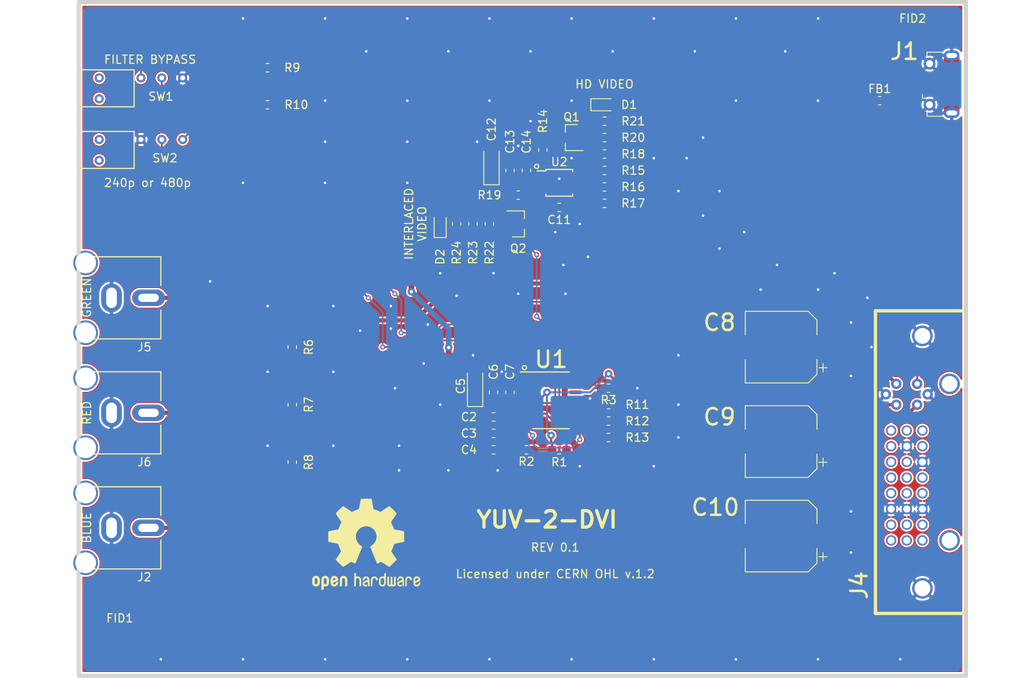
<source format=kicad_pcb>
(kicad_pcb (version 20171130) (host pcbnew "(5.1.0)-1")
  (title_block (date 2019-03-19) (rev 0.1))
  (layers (0 F.Cu signal) (31 B.Cu signal) (35 F.Paste user) (37 F.SilkS user) (39 F.Mask user) (44 Edge.Cuts user))
  (net 0 "")
  (net 1 "Net-(C10-Pad2)")
  (net 2 /VIDEO_AMP/SF3_OUT)
  (net 3 GND)
  (net 4 /SYNC_STRIP/REXT)
  (net 5 +5V)
  (net 6 /VIDEO_AMP/SF2_IN)
  (net 7 /VIDEO_AMP/SF3_IN)
  (net 8 "Net-(C8-Pad2)")
  (net 9 /VIDEO_AMP/SF1_OUT)
  (net 10 /VIDEO_AMP/SF2_OUT)
  (net 11 "Net-(C9-Pad2)")
  (net 12 /DVI_CSYNC)
  (net 13 /SYNC_STRIP/CSOUT)
  (net 14 /SYNC_STRIP/VSOUT)
  (net 15 /SYNC_STRIP/HSOUT)
  (net 16 /SYNC_STRIP/OEOUT)
  (net 17 "Net-(Q1-Pad1)")
  (net 18 "Net-(Q2-Pad1)")
  (net 19 /SYNC_STRIP/HD)
  (net 20 "Net-(D1-Pad2)")
  (net 21 "Net-(D2-Pad1)")
  (net 22 "Net-(D2-Pad2)")
  (net 23 "Net-(D1-Pad1)")
  (net 24 /HD_FLAG)
  (net 25 /VIDEO_AMP/FILTER2)
  (net 26 /VIDEO_AMP/SF1_IN)
  (net 27 /VIDEO_AMP/BYPASS)
  (net 28 "Net-(U1-Pad18)")
  (net 29 "Net-(U1-Pad19)")
  (net 30 /SYNC_STRIP/VIN)
  (net 31 "Net-(J4-Pad4)")
  (net 32 "Net-(J4-Pad9)")
  (net 33 "Net-(J4-Pad12)")
  (net 34 /DVI_BLUE)
  (net 35 /DVI_RED)
  (net 36 /DVI_GREEN)
  (net 37 "Net-(J1-Pad3)")
  (net 38 "Net-(J4-Pad1)")
  (net 39 "Net-(J4-Pad2)")
  (net 40 "Net-(J4-Pad5)")
  (net 41 "Net-(J4-Pad6)")
  (net 42 "Net-(J4-Pad7)")
  (net 43 "Net-(J4-Pad10)")
  (net 44 "Net-(J4-Pad13)")
  (net 45 "Net-(J4-Pad14)")
  (net 46 "Net-(J4-Pad16)")
  (net 47 "Net-(J4-Pad17)")
  (net 48 "Net-(J4-Pad18)")
  (net 49 "Net-(J4-Pad20)")
  (net 50 "Net-(J4-Pad21)")
  (net 51 "Net-(J4-Pad23)")
  (net 52 "Net-(J4-Pad24)")
  (net 53 /SYNC_STRIP/VSYNC)
  (net 54 /SYNC_STRIP/HSYNC)
  (net 55 "Net-(U2-Pad9)")
  (net 56 /VBUS)
  (net 57 "Net-(J4-Pad8)")
  (net 58 "Net-(R20-Pad2)")
  (net 59 "Net-(R23-Pad2)")
  (net 60 "Net-(J1-Pad4)")
  (net 61 "Net-(J1-Pad2)")
  (net 62 /Pb)
  (net 63 /Y)
  (net 64 /Pr)
  (net 65 "Net-(U1-Pad20)")
  (net 66 /VIDEO_AMP/FILTER_OFF)
  (net 67 /VIDEO_AMP/480p)
  (net 68 /VIDEO_AMP/DISABLE_SD)
  (net 69 "Net-(U1-Pad1)")
  (net 70 "Net-(U1-Pad2)")
  (net 71 "Net-(U1-Pad3)")
  (module Resistor_SMD:R_0603_1608Metric_Pad1.05x0.95mm_HandSolder (layer F.Cu) (at 164.5 105 180)
    (fp_text reference R3 (at 0 -1.43 180) (layer F.SilkS))
    (fp_text value 10K)
    (pad 2 smd roundrect (at 0.875 0 180) (size 1.05 0.95) (layers F.Cu F.Paste F.Mask) (net 68 /VIDEO_AMP/DISABLE_SD))
    (pad 1 smd roundrect (at -0.875 0 180) (size 1.05 0.95) (layers F.Cu F.Paste F.Mask) (net 5 +5V))
  )
  (module Resistor_SMD:R_0603_1608Metric_Pad1.05x0.95mm_HandSolder (layer F.Cu) (at 154.5 112.5 180)
    (fp_text reference R2 (at 0 -1.43 180) (layer F.SilkS))
    (fp_text value 5.36K)
    (pad 2 smd roundrect (at 0.875 0 180) (size 1.05 0.95) (layers F.Cu F.Paste F.Mask) (net 7 /VIDEO_AMP/SF3_IN))
    (pad 1 smd roundrect (at -0.875 0 180) (size 1.05 0.95) (layers F.Cu F.Paste F.Mask) (net 5 +5V))
  )
  (module Resistor_SMD:R_0603_1608Metric_Pad1.05x0.95mm_HandSolder (layer F.Cu) (at 158.5 112.5)
    (fp_text reference R1 (at 0 1.5) (layer F.SilkS))
    (fp_text value 5.36K)
    (pad 2 smd roundrect (at 0.875 0) (size 1.05 0.95) (layers F.Cu F.Paste F.Mask) (net 6 /VIDEO_AMP/SF2_IN))
    (pad 1 smd roundrect (at -0.875 0) (size 1.05 0.95) (layers F.Cu F.Paste F.Mask) (net 5 +5V))
  )
  (module 100:Connector-RCJ-045 (layer F.Cu) (at 100 122 180)
    (fp_text reference J2 (at -8 -6 180) (layer F.SilkS))
    (fp_text value "RCJ-045 Blue")
    (fp_text user BLUE (at -1 0 270) (layer F.SilkS))
    (pad "" np_thru_hole circle (at -0.85 4.25 180) (size 3 3) (drill 2.54) (layers *.Cu *.Mask))
    (pad "" np_thru_hole circle (at -0.85 -4.25 180) (size 3 3) (drill 2.54) (layers *.Cu *.Mask))
    (pad 1 thru_hole oval (at -8.5 0 180) (size 4 2) (drill oval 2.5 1) (layers *.Cu *.Mask) (net 62 /Pb))
    (pad 2 thru_hole oval (at -4 0 180) (size 2.5 3.5) (drill oval 1.3 2.5) (layers *.Cu *.Mask) (net 3 GND))
  )
  (module 100:Connector-RCJ-042 (layer F.Cu) (at 100 108 180)
    (fp_text reference J6 (at -8 -6 180) (layer F.SilkS))
    (fp_text value "RCJ-042 Red")
    (fp_text user RED (at -1 0 270) (layer F.SilkS))
    (pad "" np_thru_hole circle (at -0.85 4.25 180) (size 3 3) (drill 2.54) (layers *.Cu *.Mask))
    (pad "" np_thru_hole circle (at -0.85 -4.25 180) (size 3 3) (drill 2.54) (layers *.Cu *.Mask))
    (pad 1 thru_hole oval (at -8.5 0 180) (size 4 2) (drill oval 2.5 1) (layers *.Cu *.Mask) (net 64 /Pr))
    (pad 2 thru_hole oval (at -4 0 180) (size 2.5 3.5) (drill oval 1.3 2.5) (layers *.Cu *.Mask) (net 3 GND))
  )
  (module 100:Connector-RCJ-046 (layer F.Cu) (at 100 94 180)
    (fp_text reference J5 (at -8 -6 180) (layer F.SilkS))
    (fp_text value "RCJ-046 Green")
    (fp_text user GREEN (at -1 0 270) (layer F.SilkS))
    (pad "" np_thru_hole circle (at -0.85 4.25 180) (size 3 3) (drill 2.54) (layers *.Cu *.Mask))
    (pad "" np_thru_hole circle (at -0.85 -4.25 180) (size 3 3) (drill 2.54) (layers *.Cu *.Mask))
    (pad 1 thru_hole oval (at -8.5 0 180) (size 4 2) (drill oval 2.5 1) (layers *.Cu *.Mask) (net 63 /Y))
    (pad 2 thru_hole oval (at -4 0 180) (size 2.5 3.5) (drill oval 1.3 2.5) (layers *.Cu *.Mask) (net 3 GND))
  )
  (module Symbol:OSHW-Logo2_14.6x12mm_SilkScreen (layer F.Cu) (at 135 124)
    (fp_text reference LOGO1 hide)
    (fp_text value Logo_Open_Hardware_Small hide)
  )
  (module Fiducial:Fiducial_1mm_Mask2mm (layer F.Cu) (at 205 61)
    (fp_text reference FID2 (at -3.5 -1) (layer F.SilkS))
    (fp_text value Fiducial)
    (pad "" smd circle (at 0 0) (size 1 1) (layers F.Cu F.Mask) (clearance 0.5))
  )
  (module Fiducial:Fiducial_1mm_Mask2mm (layer F.Cu) (at 105 135)
    (fp_text reference FID1 (at 0 -2) (layer F.SilkS))
    (fp_text value Fiducial)
    (pad "" smd circle (at 0 0) (size 1 1) (layers F.Cu F.Mask) (clearance 0.5))
  )
  (module Capacitor_Tantalum_SMD:CP_EIA-3216-18_Kemet-A_Pad1.58x1.35mm_HandSolder (layer F.Cu) (at 150.25 77.75 90)
    (fp_text reference C12 (at 4.25 0 90) (layer F.SilkS))
    (fp_text value 10uF)
    (pad 2 smd roundrect (at 1.4375 0 90) (size 1.575 1.35) (layers F.Cu F.Paste F.Mask) (roundrect_rratio 0.185185) (net 3 GND))
    (pad 1 smd roundrect (at -1.4375 0 90) (size 1.575 1.35) (layers F.Cu F.Paste F.Mask) (roundrect_rratio 0.185185) (net 5 +5V))
  )
  (module Capacitor_Tantalum_SMD:CP_EIA-3216-18_Kemet-A_Pad1.58x1.35mm_HandSolder (layer F.Cu) (at 148.25 104.75 90)
    (fp_text reference C5 (at 0 -1.75 90) (layer F.SilkS))
    (fp_text value 10uF)
    (pad 2 smd roundrect (at 1.4375 0 90) (size 1.575 1.35) (layers F.Cu F.Paste F.Mask) (roundrect_rratio 0.185185) (net 3 GND))
    (pad 1 smd roundrect (at -1.4375 0 90) (size 1.575 1.35) (layers F.Cu F.Paste F.Mask) (roundrect_rratio 0.185185) (net 5 +5V))
  )
  (module 100:SW_NKK_GW12RCV (layer F.Cu) (at 102.5 76 270)
    (fp_text reference SW2 (at 1 -8) (layer F.SilkS))
    (fp_text value SW_SPDT)
    (pad S1 thru_hole circle (at 1.27 0 270) (size 1.1 1.1) (drill 0.6) (layers *.Cu *.Mask))
    (pad S2 thru_hole circle (at -1.27 0 270) (size 1.1 1.1) (drill 0.6) (layers *.Cu *.Mask))
    (pad 1 thru_hole circle (at -1.27 -10.16 270) (size 1.1 1.1) (drill 0.6) (layers *.Cu *.Mask) (net 67 /VIDEO_AMP/480p))
    (pad 2 thru_hole circle (at -1.27 -7.62 270) (size 1.1 1.1) (drill 0.6) (layers *.Cu *.Mask) (net 25 /VIDEO_AMP/FILTER2))
    (pad 3 thru_hole circle (at -1.27 -5.08 270) (size 1.1 1.1) (drill 0.6) (layers *.Cu *.Mask) (net 3 GND))
  )
  (module 100:SW_NKK_GW12RCV (layer F.Cu) (at 102.5 68.5 270)
    (fp_text reference SW1 (at 1 -7.5) (layer F.SilkS))
    (fp_text value SW_SPDT)
    (pad S1 thru_hole circle (at 1.27 0 270) (size 1.1 1.1) (drill 0.6) (layers *.Cu *.Mask))
    (pad S2 thru_hole circle (at -1.27 0 270) (size 1.1 1.1) (drill 0.6) (layers *.Cu *.Mask))
    (pad 1 thru_hole circle (at -1.27 -10.16 270) (size 1.1 1.1) (drill 0.6) (layers *.Cu *.Mask) (net 3 GND))
    (pad 2 thru_hole circle (at -1.27 -7.62 270) (size 1.1 1.1) (drill 0.6) (layers *.Cu *.Mask) (net 27 /VIDEO_AMP/BYPASS))
    (pad 3 thru_hole circle (at -1.27 -5.08 270) (size 1.1 1.1) (drill 0.6) (layers *.Cu *.Mask) (net 66 /VIDEO_AMP/FILTER_OFF))
  )
  (module Connector_USB:USB_Micro-B_Molex-105017-0001 (layer F.Cu) (at 205.025 68 90)
    (fp_text reference J1 (at 4 -4.525 180) (layer F.SilkS) (effects (font (size 2 2) (thickness 0.3))))
    (fp_text value "Micro USB")
    (pad 6 smd rect (at -2.9 1.2375 90) (size 1.2 1.9) (layers F.Cu F.Mask) (net 3 GND))
    (pad 6 smd rect (at 2.9 1.2375 90) (size 1.2 1.9) (layers F.Cu F.Mask) (net 3 GND))
    (pad 6 thru_hole oval (at 3.5 1.2375 90) (size 1.2 1.9) (drill oval 0.6 1.3) (layers *.Cu *.Mask) (net 3 GND))
    (pad 6 thru_hole oval (at -3.5 1.2375 270) (size 1.2 1.9) (drill oval 0.6 1.3) (layers *.Cu *.Mask) (net 3 GND))
    (pad 6 smd rect (at -1 1.2375 90) (size 1.5 1.9) (layers F.Cu F.Paste F.Mask) (net 3 GND))
    (pad 6 thru_hole circle (at 2.5 -1.4625 90) (size 1.45 1.45) (drill 0.85) (layers *.Cu *.Mask) (net 3 GND))
    (pad 3 smd rect (at 0 -1.4625 90) (size 0.4 1.35) (layers F.Cu F.Paste F.Mask) (net 37 "Net-(J1-Pad3)"))
    (pad 4 smd rect (at 0.65 -1.4625 90) (size 0.4 1.35) (layers F.Cu F.Paste F.Mask) (net 60 "Net-(J1-Pad4)"))
    (pad 5 smd rect (at 1.3 -1.4625 90) (size 0.4 1.35) (layers F.Cu F.Paste F.Mask) (net 3 GND))
    (pad 1 smd rect (at -1.3 -1.4625 90) (size 0.4 1.35) (layers F.Cu F.Paste F.Mask) (net 56 /VBUS))
    (pad 2 smd rect (at -0.65 -1.4625 90) (size 0.4 1.35) (layers F.Cu F.Paste F.Mask) (net 61 "Net-(J1-Pad2)"))
    (pad 6 thru_hole circle (at -2.5 -1.4625 90) (size 1.45 1.45) (drill 0.85) (layers *.Cu *.Mask) (net 3 GND))
    (pad 6 smd rect (at 1 1.2375 90) (size 1.5 1.9) (layers F.Cu F.Paste F.Mask) (net 3 GND))
  )
  (module Resistor_SMD:R_0603_1608Metric_Pad1.05x0.95mm_HandSolder (layer F.Cu) (at 146 85 90)
    (fp_text reference R24 (at -3.5 0 90) (layer F.SilkS))
    (fp_text value 75R)
    (pad 2 smd roundrect (at 0.875 0 90) (size 1.05 0.95) (layers F.Cu F.Paste F.Mask) (net 22 "Net-(D2-Pad2)"))
    (pad 1 smd roundrect (at -0.875 0 90) (size 1.05 0.95) (layers F.Cu F.Paste F.Mask) (net 59 "Net-(R23-Pad2)"))
  )
  (module Resistor_SMD:R_0603_1608Metric_Pad1.05x0.95mm_HandSolder (layer F.Cu) (at 148 85 270)
    (fp_text reference R23 (at 3.5 0 270) (layer F.SilkS))
    (fp_text value 75R)
    (pad 1 smd roundrect (at -0.875 0 270) (size 1.05 0.95) (layers F.Cu F.Paste F.Mask) (net 5 +5V))
    (pad 2 smd roundrect (at 0.875 0 270) (size 1.05 0.95) (layers F.Cu F.Paste F.Mask) (net 59 "Net-(R23-Pad2)"))
  )
  (module 100:Connector-DVI-0743201004 (layer F.Cu) (at 206 114 90)
    (fp_text reference J4 (at -15 -11 90) (layer F.SilkS) (effects (font (size 2 2) (thickness 0.3))))
    (fp_text value 0743201004)
    (pad "" np_thru_hole circle (at -9.525 0 90) (size 2.5 2.5) (drill 1.93) (layers *.Cu *.Mask))
    (pad "" np_thru_hole circle (at 9.525 0 90) (size 2.5 2.5) (drill 1.93) (layers *.Cu *.Mask))
    (pad S1 thru_hole circle (at -15.365 -3.3 90) (size 2.5 2.5) (drill 1.93) (layers *.Cu *.Mask) (net 3 GND))
    (pad S2 thru_hole circle (at 15.365 -3.3 90) (size 2.5 2.5) (drill 1.93) (layers *.Cu *.Mask) (net 3 GND))
    (pad 1 thru_hole circle (at -9.525 -7.11 90) (size 1.26 1.26) (drill 0.86) (layers *.Cu *.Mask) (net 38 "Net-(J4-Pad1)"))
    (pad 2 thru_hole circle (at -7.615 -7.11 90) (size 1.26 1.26) (drill 0.86) (layers *.Cu *.Mask) (net 39 "Net-(J4-Pad2)"))
    (pad 3 thru_hole circle (at -5.705 -7.11 90) (size 1.26 1.26) (drill 0.86) (layers *.Cu *.Mask) (net 3 GND))
    (pad 4 thru_hole circle (at -3.795 -7.11 90) (size 1.26 1.26) (drill 0.86) (layers *.Cu *.Mask) (net 31 "Net-(J4-Pad4)"))
    (pad 5 thru_hole circle (at -1.885 -7.11 90) (size 1.26 1.26) (drill 0.86) (layers *.Cu *.Mask) (net 40 "Net-(J4-Pad5)"))
    (pad 6 thru_hole circle (at 0.025 -7.11 90) (size 1.26 1.26) (drill 0.86) (layers *.Cu *.Mask) (net 41 "Net-(J4-Pad6)"))
    (pad 7 thru_hole circle (at 1.935 -7.11 90) (size 1.26 1.26) (drill 0.86) (layers *.Cu *.Mask) (net 42 "Net-(J4-Pad7)"))
    (pad 8 thru_hole circle (at 3.845 -7.11 90) (size 1.26 1.26) (drill 0.86) (layers *.Cu *.Mask) (net 57 "Net-(J4-Pad8)"))
    (pad 9 thru_hole circle (at -9.525 -5.205 90) (size 1.26 1.26) (drill 0.86) (layers *.Cu *.Mask) (net 32 "Net-(J4-Pad9)"))
    (pad 10 thru_hole circle (at -7.615 -5.205 90) (size 1.26 1.26) (drill 0.86) (layers *.Cu *.Mask) (net 43 "Net-(J4-Pad10)"))
    (pad 11 thru_hole circle (at -5.705 -5.205 90) (size 1.26 1.26) (drill 0.86) (layers *.Cu *.Mask) (net 3 GND))
    (pad 12 thru_hole circle (at -3.795 -5.205 90) (size 1.26 1.26) (drill 0.86) (layers *.Cu *.Mask) (net 33 "Net-(J4-Pad12)"))
    (pad 13 thru_hole circle (at -1.885 -5.205 90) (size 1.26 1.26) (drill 0.86) (layers *.Cu *.Mask) (net 44 "Net-(J4-Pad13)"))
    (pad 14 thru_hole circle (at 0.025 -5.205 90) (size 1.26 1.26) (drill 0.86) (layers *.Cu *.Mask) (net 45 "Net-(J4-Pad14)"))
    (pad 15 thru_hole circle (at 1.935 -5.205 90) (size 1.26 1.26) (drill 0.86) (layers *.Cu *.Mask) (net 3 GND))
    (pad 16 thru_hole circle (at 3.845 -5.205 90) (size 1.26 1.26) (drill 0.86) (layers *.Cu *.Mask) (net 46 "Net-(J4-Pad16)"))
    (pad 17 thru_hole circle (at -9.525 -3.3 90) (size 1.26 1.26) (drill 0.86) (layers *.Cu *.Mask) (net 47 "Net-(J4-Pad17)"))
    (pad 18 thru_hole circle (at -7.615 -3.3 90) (size 1.26 1.26) (drill 0.86) (layers *.Cu *.Mask) (net 48 "Net-(J4-Pad18)"))
    (pad 19 thru_hole circle (at -5.705 -3.3 90) (size 1.26 1.26) (drill 0.86) (layers *.Cu *.Mask) (net 3 GND))
    (pad 20 thru_hole circle (at -3.795 -3.3 90) (size 1.26 1.26) (drill 0.86) (layers *.Cu *.Mask) (net 49 "Net-(J4-Pad20)"))
    (pad 21 thru_hole circle (at -1.885 -3.3 90) (size 1.26 1.26) (drill 0.86) (layers *.Cu *.Mask) (net 50 "Net-(J4-Pad21)"))
    (pad 22 thru_hole circle (at 0.025 -3.3 90) (size 1.26 1.26) (drill 0.86) (layers *.Cu *.Mask) (net 3 GND))
    (pad 23 thru_hole circle (at 1.935 -3.3 90) (size 1.26 1.26) (drill 0.86) (layers *.Cu *.Mask) (net 51 "Net-(J4-Pad23)"))
    (pad 24 thru_hole circle (at 3.845 -3.3 90) (size 1.26 1.26) (drill 0.86) (layers *.Cu *.Mask) (net 52 "Net-(J4-Pad24)"))
    (pad C5 thru_hole circle (at 8.255 -2.67 90) (size 1.26 1.26) (drill 0.66) (layers *.Cu *.Mask) (net 3 GND))
    (pad C4 thru_hole circle (at 9.525 -3.94 90) (size 1.26 1.26) (drill 0.66) (layers *.Cu *.Mask) (net 12 /DVI_CSYNC))
    (pad C3 thru_hole circle (at 6.985 -3.94 90) (size 1.26 1.26) (drill 0.66) (layers *.Cu *.Mask) (net 34 /DVI_BLUE))
    (pad C5 thru_hole circle (at 8.255 -7.75 90) (size 1.26 1.26) (drill 0.66) (layers *.Cu *.Mask) (net 3 GND))
    (pad C1 thru_hole circle (at 6.985 -6.48 90) (size 1.26 1.26) (drill 0.66) (layers *.Cu *.Mask) (net 35 /DVI_RED))
    (pad C2 thru_hole circle (at 9.525 -6.48 90) (size 1.26 1.26) (drill 0.66) (layers *.Cu *.Mask) (net 36 /DVI_GREEN))
  )
  (module Capacitor_SMD:CP_Elec_8x10.5 (layer F.Cu) (at 185.5 111.5 180)
    (fp_text reference C9 (at 7.5 3 180) (layer F.SilkS) (effects (font (size 2 2) (thickness 0.3))))
    (fp_text value 470uF)
    (pad 1 smd roundrect (at -3.7 0 180) (size 4.4 2.5) (layers F.Cu F.Paste F.Mask) (roundrect_rratio 0.1) (net 35 /DVI_RED))
    (pad 2 smd roundrect (at 3.7 0 180) (size 4.4 2.5) (layers F.Cu F.Paste F.Mask) (roundrect_rratio 0.1) (net 11 "Net-(C9-Pad2)"))
  )
  (module Capacitor_SMD:CP_Elec_8x10.5 (layer F.Cu) (at 185.5 100 180)
    (fp_text reference C8 (at 7.5 3 180) (layer F.SilkS) (effects (font (size 2 2) (thickness 0.3))))
    (fp_text value 470uF)
    (pad 2 smd roundrect (at 3.7 0 180) (size 4.4 2.5) (layers F.Cu F.Paste F.Mask) (roundrect_rratio 0.1) (net 8 "Net-(C8-Pad2)"))
    (pad 1 smd roundrect (at -3.7 0 180) (size 4.4 2.5) (layers F.Cu F.Paste F.Mask) (roundrect_rratio 0.1) (net 36 /DVI_GREEN))
  )
  (module Capacitor_SMD:CP_Elec_8x10.5 (layer F.Cu) (at 185.5 123 180)
    (fp_text reference C10 (at 8 3.5 180) (layer F.SilkS) (effects (font (size 2 2) (thickness 0.3))))
    (fp_text value 470uF)
    (pad 1 smd roundrect (at -3.7 0 180) (size 4.4 2.5) (layers F.Cu F.Paste F.Mask) (roundrect_rratio 0.1) (net 34 /DVI_BLUE))
    (pad 2 smd roundrect (at 3.7 0 180) (size 4.4 2.5) (layers F.Cu F.Paste F.Mask) (roundrect_rratio 0.1) (net 1 "Net-(C10-Pad2)"))
  )
  (module Capacitor_SMD:C_0603_1608Metric_Pad1.05x0.95mm_HandSolder (layer F.Cu) (at 158.5 83)
    (fp_text reference C11 (at 0 1.5) (layer F.SilkS))
    (fp_text value 100nF)
    (pad 2 smd roundrect (at 0.875 0) (size 1.05 0.95) (layers F.Cu F.Paste F.Mask) (net 63 /Y))
    (pad 1 smd roundrect (at -0.875 0) (size 1.05 0.95) (layers F.Cu F.Paste F.Mask) (net 30 /SYNC_STRIP/VIN))
  )
  (module Capacitor_SMD:C_0603_1608Metric_Pad1.05x0.95mm_HandSolder (layer F.Cu) (at 152.5 78.5 90)
    (fp_text reference C13 (at 3.5 0 90) (layer F.SilkS))
    (fp_text value 100nF)
    (pad 1 smd roundrect (at -0.875 0 90) (size 1.05 0.95) (layers F.Cu F.Paste F.Mask) (net 5 +5V))
    (pad 2 smd roundrect (at 0.875 0 90) (size 1.05 0.95) (layers F.Cu F.Paste F.Mask) (net 3 GND))
  )
  (module Resistor_SMD:R_0603_1608Metric_Pad1.05x0.95mm_HandSolder (layer F.Cu) (at 164.5 107 180)
    (fp_text reference R11 (at -3.5 0 180) (layer F.SilkS))
    (fp_text value 100R)
    (pad 1 smd roundrect (at -0.875 0 180) (size 1.05 0.95) (layers F.Cu F.Paste F.Mask) (net 8 "Net-(C8-Pad2)"))
    (pad 2 smd roundrect (at 0.875 0 180) (size 1.05 0.95) (layers F.Cu F.Paste F.Mask) (net 9 /VIDEO_AMP/SF1_OUT))
  )
  (module Resistor_SMD:R_0603_1608Metric_Pad1.05x0.95mm_HandSolder (layer F.Cu) (at 123 66 180)
    (fp_text reference R9 (at -3 0 180) (layer F.SilkS))
    (fp_text value 10K)
    (pad 2 smd roundrect (at 0.875 0 180) (size 1.05 0.95) (layers F.Cu F.Paste F.Mask) (net 66 /VIDEO_AMP/FILTER_OFF))
    (pad 1 smd roundrect (at -0.875 0 180) (size 1.05 0.95) (layers F.Cu F.Paste F.Mask) (net 5 +5V))
  )
  (module Resistor_SMD:R_0603_1608Metric_Pad1.05x0.95mm_HandSolder (layer F.Cu) (at 123 70.5 180)
    (fp_text reference R10 (at -3.5 0 180) (layer F.SilkS))
    (fp_text value 10K)
    (pad 1 smd roundrect (at -0.875 0 180) (size 1.05 0.95) (layers F.Cu F.Paste F.Mask) (net 5 +5V))
    (pad 2 smd roundrect (at 0.875 0 180) (size 1.05 0.95) (layers F.Cu F.Paste F.Mask) (net 67 /VIDEO_AMP/480p))
  )
  (module Capacitor_SMD:C_0603_1608Metric_Pad1.05x0.95mm_HandSolder (layer F.Cu) (at 150.5 105.5 90)
    (fp_text reference C6 (at 2.5 0 90) (layer F.SilkS))
    (fp_text value 100nF)
    (pad 2 smd roundrect (at 0.875 0 90) (size 1.05 0.95) (layers F.Cu F.Paste F.Mask) (net 3 GND))
    (pad 1 smd roundrect (at -0.875 0 90) (size 1.05 0.95) (layers F.Cu F.Paste F.Mask) (net 5 +5V))
  )
  (module Capacitor_SMD:C_0603_1608Metric_Pad1.05x0.95mm_HandSolder (layer F.Cu) (at 152.5 105.5 90)
    (fp_text reference C7 (at 2.5 0 90) (layer F.SilkS))
    (fp_text value 10nF)
    (pad 1 smd roundrect (at -0.875 0 90) (size 1.05 0.95) (layers F.Cu F.Paste F.Mask) (net 5 +5V))
    (pad 2 smd roundrect (at 0.875 0 90) (size 1.05 0.95) (layers F.Cu F.Paste F.Mask) (net 3 GND))
  )
  (module Capacitor_SMD:C_0603_1608Metric_Pad1.05x0.95mm_HandSolder (layer F.Cu) (at 154.5 78.5 90)
    (fp_text reference C14 (at 3.5 0 90) (layer F.SilkS))
    (fp_text value 10nF)
    (pad 1 smd roundrect (at -0.875 0 90) (size 1.05 0.95) (layers F.Cu F.Paste F.Mask) (net 5 +5V))
    (pad 2 smd roundrect (at 0.875 0 90) (size 1.05 0.95) (layers F.Cu F.Paste F.Mask) (net 3 GND))
  )
  (module Capacitor_SMD:C_0603_1608Metric_Pad1.05x0.95mm_HandSolder (layer F.Cu) (at 150.5 112.5 180)
    (fp_text reference C4 (at 3 0 180) (layer F.SilkS))
    (fp_text value 100nF)
    (pad 2 smd roundrect (at 0.875 0 180) (size 1.05 0.95) (layers F.Cu F.Paste F.Mask) (net 62 /Pb))
    (pad 1 smd roundrect (at -0.875 0 180) (size 1.05 0.95) (layers F.Cu F.Paste F.Mask) (net 7 /VIDEO_AMP/SF3_IN))
  )
  (module Capacitor_SMD:C_0603_1608Metric_Pad1.05x0.95mm_HandSolder (layer F.Cu) (at 150.5 110.5 180)
    (fp_text reference C3 (at 3 0 180) (layer F.SilkS))
    (fp_text value 100nF)
    (pad 1 smd roundrect (at -0.875 0 180) (size 1.05 0.95) (layers F.Cu F.Paste F.Mask) (net 6 /VIDEO_AMP/SF2_IN))
    (pad 2 smd roundrect (at 0.875 0 180) (size 1.05 0.95) (layers F.Cu F.Paste F.Mask) (net 64 /Pr))
  )
  (module Capacitor_SMD:C_0603_1608Metric_Pad1.05x0.95mm_HandSolder (layer F.Cu) (at 150.5 108.5 180)
    (fp_text reference C2 (at 3 0 180) (layer F.SilkS))
    (fp_text value 100nF)
    (pad 2 smd roundrect (at 0.875 0 180) (size 1.05 0.95) (layers F.Cu F.Paste F.Mask) (net 63 /Y))
    (pad 1 smd roundrect (at -0.875 0 180) (size 1.05 0.95) (layers F.Cu F.Paste F.Mask) (net 26 /VIDEO_AMP/SF1_IN))
  )
  (module Inductor_SMD:L_0603_1608Metric_Pad1.05x0.95mm_HandSolder (layer F.Cu) (at 197.5 70)
    (fp_text reference FB1 (at 0 -1.43) (layer F.SilkS))
    (fp_text value MPZ1608S221ATA00)
    (pad 1 smd roundrect (at -0.875 0) (size 1.05 0.95) (layers F.Cu F.Paste F.Mask) (net 5 +5V))
    (pad 2 smd roundrect (at 0.875 0) (size 1.05 0.95) (layers F.Cu F.Paste F.Mask) (net 56 /VBUS))
  )
  (module LED_SMD:LED_0603_1608Metric_Pad1.05x0.95mm_HandSolder (layer F.Cu) (at 164 70.5)
    (fp_text reference D1 (at 3 0) (layer F.SilkS))
    (fp_text value LED)
    (pad 2 smd roundrect (at 0.875 0) (size 1.05 0.95) (layers F.Cu F.Paste F.Mask) (net 20 "Net-(D1-Pad2)"))
    (pad 1 smd roundrect (at -0.875 0) (size 1.05 0.95) (layers F.Cu F.Paste F.Mask) (net 23 "Net-(D1-Pad1)"))
  )
  (module LED_SMD:LED_0603_1608Metric_Pad1.05x0.95mm_HandSolder (layer F.Cu) (at 144 85 90)
    (fp_text reference D2 (at -4 0 90) (layer F.SilkS))
    (fp_text value LED)
    (pad 1 smd roundrect (at -0.875 0 90) (size 1.05 0.95) (layers F.Cu F.Paste F.Mask) (net 21 "Net-(D2-Pad1)"))
    (pad 2 smd roundrect (at 0.875 0 90) (size 1.05 0.95) (layers F.Cu F.Paste F.Mask) (net 22 "Net-(D2-Pad2)"))
  )
  (module Package_SO:TSSOP-10_3x3mm_P0.5mm (layer F.Cu) (at 158.5 80)
    (fp_text reference U2 (at 0 -2.55) (layer F.SilkS))
    (fp_text value LMH1980)
    (pad 1 smd rect (at -2.15 -1) (size 1.1 0.25) (layers F.Cu F.Paste F.Mask) (net 4 /SYNC_STRIP/REXT))
    (pad 2 smd rect (at -2.15 -0.5) (size 1.1 0.25) (layers F.Cu F.Paste F.Mask) (net 3 GND))
    (pad 3 smd rect (at -2.15 0) (size 1.1 0.25) (layers F.Cu F.Paste F.Mask) (net 5 +5V))
    (pad 4 smd rect (at -2.15 0.5) (size 1.1 0.25) (layers F.Cu F.Paste F.Mask) (net 30 /SYNC_STRIP/VIN))
    (pad 5 smd rect (at -2.15 1) (size 1.1 0.25) (layers F.Cu F.Paste F.Mask) (net 19 /SYNC_STRIP/HD))
    (pad 6 smd rect (at 2.15 1) (size 1.1 0.25) (layers F.Cu F.Paste F.Mask) (net 15 /SYNC_STRIP/HSOUT))
    (pad 7 smd rect (at 2.15 0.5) (size 1.1 0.25) (layers F.Cu F.Paste F.Mask) (net 14 /SYNC_STRIP/VSOUT))
    (pad 8 smd rect (at 2.15 0) (size 1.1 0.25) (layers F.Cu F.Paste F.Mask) (net 13 /SYNC_STRIP/CSOUT))
    (pad 9 smd rect (at 2.15 -0.5) (size 1.1 0.25) (layers F.Cu F.Paste F.Mask) (net 55 "Net-(U2-Pad9)"))
    (pad 10 smd rect (at 2.15 -1) (size 1.1 0.25) (layers F.Cu F.Paste F.Mask) (net 16 /SYNC_STRIP/OEOUT))
  )
  (module Package_SO:TSSOP-20_4.4x6.5mm_P0.65mm (layer F.Cu) (at 157.5 106.475)
    (fp_text reference U1 (at 0 -4.975) (layer F.SilkS) (effects (font (size 2 2) (thickness 0.3))))
    (fp_text value THS7368)
    (pad 1 smd rect (at -2.95 -2.925) (size 1.45 0.45) (layers F.Cu F.Paste F.Mask) (net 69 "Net-(U1-Pad1)"))
    (pad 2 smd rect (at -2.95 -2.275) (size 1.45 0.45) (layers F.Cu F.Paste F.Mask) (net 70 "Net-(U1-Pad2)"))
    (pad 3 smd rect (at -2.95 -1.625) (size 1.45 0.45) (layers F.Cu F.Paste F.Mask) (net 71 "Net-(U1-Pad3)"))
    (pad 4 smd rect (at -2.95 -0.975) (size 1.45 0.45) (layers F.Cu F.Paste F.Mask) (net 25 /VIDEO_AMP/FILTER2))
    (pad 5 smd rect (at -2.95 -0.325) (size 1.45 0.45) (layers F.Cu F.Paste F.Mask) (net 5 +5V))
    (pad 6 smd rect (at -2.95 0.325) (size 1.45 0.45) (layers F.Cu F.Paste F.Mask) (net 24 /HD_FLAG))
    (pad 7 smd rect (at -2.95 0.975) (size 1.45 0.45) (layers F.Cu F.Paste F.Mask) (net 26 /VIDEO_AMP/SF1_IN))
    (pad 8 smd rect (at -2.95 1.625) (size 1.45 0.45) (layers F.Cu F.Paste F.Mask) (net 6 /VIDEO_AMP/SF2_IN))
    (pad 9 smd rect (at -2.95 2.275) (size 1.45 0.45) (layers F.Cu F.Paste F.Mask) (net 7 /VIDEO_AMP/SF3_IN))
    (pad 10 smd rect (at -2.95 2.925) (size 1.45 0.45) (layers F.Cu F.Paste F.Mask) (net 27 /VIDEO_AMP/BYPASS))
    (pad 11 smd rect (at 2.95 2.925) (size 1.45 0.45) (layers F.Cu F.Paste F.Mask) (net 27 /VIDEO_AMP/BYPASS))
    (pad 12 smd rect (at 2.95 2.275) (size 1.45 0.45) (layers F.Cu F.Paste F.Mask) (net 2 /VIDEO_AMP/SF3_OUT))
    (pad 13 smd rect (at 2.95 1.625) (size 1.45 0.45) (layers F.Cu F.Paste F.Mask) (net 10 /VIDEO_AMP/SF2_OUT))
    (pad 14 smd rect (at 2.95 0.975) (size 1.45 0.45) (layers F.Cu F.Paste F.Mask) (net 9 /VIDEO_AMP/SF1_OUT))
    (pad 15 smd rect (at 2.95 0.325) (size 1.45 0.45) (layers F.Cu F.Paste F.Mask) (net 3 GND))
    (pad 16 smd rect (at 2.95 -0.325) (size 1.45 0.45) (layers F.Cu F.Paste F.Mask) (net 3 GND))
    (pad 17 smd rect (at 2.95 -0.975) (size 1.45 0.45) (layers F.Cu F.Paste F.Mask) (net 68 /VIDEO_AMP/DISABLE_SD))
    (pad 18 smd rect (at 2.95 -1.625) (size 1.45 0.45) (layers F.Cu F.Paste F.Mask) (net 28 "Net-(U1-Pad18)"))
    (pad 19 smd rect (at 2.95 -2.275) (size 1.45 0.45) (layers F.Cu F.Paste F.Mask) (net 29 "Net-(U1-Pad19)"))
    (pad 20 smd rect (at 2.95 -2.925) (size 1.45 0.45) (layers F.Cu F.Paste F.Mask) (net 65 "Net-(U1-Pad20)"))
  )
  (module Package_TO_SOT_SMD:SOT-23 (layer F.Cu) (at 153.5 85)
    (fp_text reference Q2 (at 0 3) (layer F.SilkS))
    (fp_text value MMBT3906)
    (pad 3 smd rect (at 1 0) (size 0.9 0.8) (layers F.Cu F.Paste F.Mask) (net 24 /HD_FLAG))
    (pad 2 smd rect (at -1 0.95) (size 0.9 0.8) (layers F.Cu F.Paste F.Mask) (net 21 "Net-(D2-Pad1)"))
    (pad 1 smd rect (at -1 -0.95) (size 0.9 0.8) (layers F.Cu F.Paste F.Mask) (net 18 "Net-(Q2-Pad1)"))
  )
  (module Package_TO_SOT_SMD:SOT-23 (layer F.Cu) (at 160 74.5 180)
    (fp_text reference Q1 (at 0 2.5 180) (layer F.SilkS))
    (fp_text value MMBT3906)
    (pad 1 smd rect (at -1 -0.95 180) (size 0.9 0.8) (layers F.Cu F.Paste F.Mask) (net 17 "Net-(Q1-Pad1)"))
    (pad 2 smd rect (at -1 0.95 180) (size 0.9 0.8) (layers F.Cu F.Paste F.Mask) (net 23 "Net-(D1-Pad1)"))
    (pad 3 smd rect (at 1 0 180) (size 0.9 0.8) (layers F.Cu F.Paste F.Mask) (net 3 GND))
  )
  (module Resistor_SMD:R_0603_1608Metric_Pad1.05x0.95mm_HandSolder (layer F.Cu) (at 164.5 111 180)
    (fp_text reference R13 (at -3.5 0 180) (layer F.SilkS))
    (fp_text value 100R)
    (pad 1 smd roundrect (at -0.875 0 180) (size 1.05 0.95) (layers F.Cu F.Paste F.Mask) (net 1 "Net-(C10-Pad2)"))
    (pad 2 smd roundrect (at 0.875 0 180) (size 1.05 0.95) (layers F.Cu F.Paste F.Mask) (net 2 /VIDEO_AMP/SF3_OUT))
  )
  (module Resistor_SMD:R_0603_1608Metric_Pad1.05x0.95mm_HandSolder (layer F.Cu) (at 150 85 270)
    (fp_text reference R22 (at 3.5 0 270) (layer F.SilkS))
    (fp_text value 10K)
    (pad 1 smd roundrect (at -0.875 0 270) (size 1.05 0.95) (layers F.Cu F.Paste F.Mask) (net 5 +5V))
    (pad 2 smd roundrect (at 0.875 0 270) (size 1.05 0.95) (layers F.Cu F.Paste F.Mask) (net 21 "Net-(D2-Pad1)"))
  )
  (module Resistor_SMD:R_0603_1608Metric_Pad1.05x0.95mm_HandSolder (layer F.Cu) (at 164 72.5)
    (fp_text reference R21 (at 3.5 0) (layer F.SilkS))
    (fp_text value 75R)
    (pad 2 smd roundrect (at 0.875 0) (size 1.05 0.95) (layers F.Cu F.Paste F.Mask) (net 20 "Net-(D1-Pad2)"))
    (pad 1 smd roundrect (at -0.875 0) (size 1.05 0.95) (layers F.Cu F.Paste F.Mask) (net 58 "Net-(R20-Pad2)"))
  )
  (module Resistor_SMD:R_0603_1608Metric_Pad1.05x0.95mm_HandSolder (layer F.Cu) (at 164 74.5 180)
    (fp_text reference R20 (at -3.5 0 180) (layer F.SilkS))
    (fp_text value 75R)
    (pad 1 smd roundrect (at -0.875 0 180) (size 1.05 0.95) (layers F.Cu F.Paste F.Mask) (net 5 +5V))
    (pad 2 smd roundrect (at 0.875 0 180) (size 1.05 0.95) (layers F.Cu F.Paste F.Mask) (net 58 "Net-(R20-Pad2)"))
  )
  (module Resistor_SMD:R_0603_1608Metric_Pad1.05x0.95mm_HandSolder (layer F.Cu) (at 153.5 81.5)
    (fp_text reference R19 (at -3.5 0) (layer F.SilkS))
    (fp_text value 10K)
    (pad 2 smd roundrect (at 0.875 0) (size 1.05 0.95) (layers F.Cu F.Paste F.Mask) (net 19 /SYNC_STRIP/HD))
    (pad 1 smd roundrect (at -0.875 0) (size 1.05 0.95) (layers F.Cu F.Paste F.Mask) (net 18 "Net-(Q2-Pad1)"))
  )
  (module Resistor_SMD:R_0603_1608Metric_Pad1.05x0.95mm_HandSolder (layer F.Cu) (at 164 76.5 180)
    (fp_text reference R18 (at -3.5 0 180) (layer F.SilkS))
    (fp_text value 10K)
    (pad 1 smd roundrect (at -0.875 0 180) (size 1.05 0.95) (layers F.Cu F.Paste F.Mask) (net 17 "Net-(Q1-Pad1)"))
    (pad 2 smd roundrect (at 0.875 0 180) (size 1.05 0.95) (layers F.Cu F.Paste F.Mask) (net 16 /SYNC_STRIP/OEOUT))
  )
  (module Resistor_SMD:R_0603_1608Metric_Pad1.05x0.95mm_HandSolder (layer F.Cu) (at 164 82.5 180)
    (fp_text reference R17 (at -3.5 0 180) (layer F.SilkS))
    (fp_text value 100R)
    (pad 2 smd roundrect (at 0.875 0 180) (size 1.05 0.95) (layers F.Cu F.Paste F.Mask) (net 15 /SYNC_STRIP/HSOUT))
    (pad 1 smd roundrect (at -0.875 0 180) (size 1.05 0.95) (layers F.Cu F.Paste F.Mask) (net 54 /SYNC_STRIP/HSYNC))
  )
  (module Resistor_SMD:R_0603_1608Metric_Pad1.05x0.95mm_HandSolder (layer F.Cu) (at 164 80.5 180)
    (fp_text reference R16 (at -3.5 0 180) (layer F.SilkS))
    (fp_text value 100R)
    (pad 1 smd roundrect (at -0.875 0 180) (size 1.05 0.95) (layers F.Cu F.Paste F.Mask) (net 53 /SYNC_STRIP/VSYNC))
    (pad 2 smd roundrect (at 0.875 0 180) (size 1.05 0.95) (layers F.Cu F.Paste F.Mask) (net 14 /SYNC_STRIP/VSOUT))
  )
  (module Resistor_SMD:R_0603_1608Metric_Pad1.05x0.95mm_HandSolder (layer F.Cu) (at 156.5 76 90)
    (fp_text reference R14 (at 3.5 0 90) (layer F.SilkS))
    (fp_text value 10K)
    (pad 2 smd roundrect (at 0.875 0 90) (size 1.05 0.95) (layers F.Cu F.Paste F.Mask) (net 3 GND))
    (pad 1 smd roundrect (at -0.875 0 90) (size 1.05 0.95) (layers F.Cu F.Paste F.Mask) (net 4 /SYNC_STRIP/REXT))
  )
  (module Resistor_SMD:R_0603_1608Metric_Pad1.05x0.95mm_HandSolder (layer F.Cu) (at 164.5 109 180)
    (fp_text reference R12 (at -3.5 0 180) (layer F.SilkS))
    (fp_text value 100R)
    (pad 1 smd roundrect (at -0.875 0 180) (size 1.05 0.95) (layers F.Cu F.Paste F.Mask) (net 11 "Net-(C9-Pad2)"))
    (pad 2 smd roundrect (at 0.875 0 180) (size 1.05 0.95) (layers F.Cu F.Paste F.Mask) (net 10 /VIDEO_AMP/SF2_OUT))
  )
  (module Resistor_SMD:R_0603_1608Metric_Pad1.05x0.95mm_HandSolder (layer F.Cu) (at 126 114 270)
    (fp_text reference R8 (at 0 -2 270) (layer F.SilkS))
    (fp_text value 75R)
    (pad 2 smd roundrect (at 0.875 0 270) (size 1.05 0.95) (layers F.Cu F.Paste F.Mask) (net 3 GND))
    (pad 1 smd roundrect (at -0.875 0 270) (size 1.05 0.95) (layers F.Cu F.Paste F.Mask) (net 62 /Pb))
  )
  (module Resistor_SMD:R_0603_1608Metric_Pad1.05x0.95mm_HandSolder (layer F.Cu) (at 126 107 270)
    (fp_text reference R7 (at 0 -2 270) (layer F.SilkS))
    (fp_text value 75R)
    (pad 1 smd roundrect (at -0.875 0 270) (size 1.05 0.95) (layers F.Cu F.Paste F.Mask) (net 64 /Pr))
    (pad 2 smd roundrect (at 0.875 0 270) (size 1.05 0.95) (layers F.Cu F.Paste F.Mask) (net 3 GND))
  )
  (module Resistor_SMD:R_0603_1608Metric_Pad1.05x0.95mm_HandSolder (layer F.Cu) (at 126 100 270)
    (fp_text reference R6 (at 0 -2 270) (layer F.SilkS))
    (fp_text value 75R)
    (pad 2 smd roundrect (at 0.875 0 270) (size 1.05 0.95) (layers F.Cu F.Paste F.Mask) (net 3 GND))
    (pad 1 smd roundrect (at -0.875 0 270) (size 1.05 0.95) (layers F.Cu F.Paste F.Mask) (net 63 /Y))
  )
  (module Resistor_SMD:R_0603_1608Metric_Pad1.05x0.95mm_HandSolder (layer F.Cu) (at 164 78.5 180)
    (fp_text reference R15 (at -3.5 0 180) (layer F.SilkS))
    (fp_text value 100R)
    (pad 2 smd roundrect (at 0.875 0 180) (size 1.05 0.95) (layers F.Cu F.Paste F.Mask) (net 13 /SYNC_STRIP/CSOUT))
    (pad 1 smd roundrect (at -0.875 0 180) (size 1.05 0.95) (layers F.Cu F.Paste F.Mask) (net 12 /DVI_CSYNC))
  )
  (gr_text "HD VIDEO" (at 164 68) (layer F.SilkS) (effects (font (size 1 1))))
  (gr_text YUV-2-DVI (at 157 121) (layer F.SilkS) (effects (font (size 2 2) (thickness 0.4))))
  (gr_text "REV 0.1\n\nLicensed under CERN OHL v.1.2" (at 158 126) (layer F.SilkS) (effects (font (size 1 1))))
  (gr_circle (center 155.75 78) (end 156 78) (layer F.SilkS) (width 0.15))
  (gr_circle (center 154.25 102.5) (end 154.25 102.25) (layer F.SilkS) (width 0.15))
  (gr_text "240p or 480p" (at 103 80) (layer F.SilkS) (effects (font (size 1 1)) (justify left)))
  (gr_text "FILTER BYPASS" (at 103 65) (layer F.SilkS) (effects (font (size 1 1)) (justify left)))
  (gr_text "INTERLACED\nVIDEO" (at 141 85 90) (layer F.SilkS) (effects (font (size 1 1))))
  (gr_line (start 100 140) (end 100 58) (layer Edge.Cuts) (width 0.5))
  (gr_line (start 208 58) (end 208 140) (layer Edge.Cuts) (width 0.5))
  (gr_line (start 100 140) (end 208 140) (layer Edge.Cuts) (width 0.5))
  (gr_line (start 100 58) (end 208 58) (layer Edge.Cuts) (width 0.5))
  (segment (start 169 111) (end 165.375 111) (width 0.508) (layer F.Cu) (net 1))
  (segment (start 171.5 113.5) (end 169 111) (width 0.508) (layer F.Cu) (net 1))
  (segment (start 171.5 118) (end 171.5 113.5) (width 0.508) (layer F.Cu) (net 1))
  (segment (start 181.8 123) (end 176.5 123) (width 0.508) (layer F.Cu) (net 1))
  (segment (start 176.5 123) (end 171.5 118) (width 0.508) (layer F.Cu) (net 1))
  (segment (start 162.5 111) (end 163.625 111) (width 0.24892) (layer F.Cu) (net 2))
  (segment (start 162 110.5) (end 162.5 111) (width 0.24892) (layer F.Cu) (net 2))
  (segment (start 162 109) (end 162 110.5) (width 0.24892) (layer F.Cu) (net 2))
  (segment (start 160.45 108.75) (end 161.75 108.75) (width 0.24892) (layer F.Cu) (net 2))
  (segment (start 161.75 108.75) (end 162 109) (width 0.24892) (layer F.Cu) (net 2))
  (via (at 123 112) (size 0.6096) (drill 0.3048) (layers F.Cu B.Cu) (net 3))
  (via (at 131 112) (size 0.6096) (drill 0.3048) (layers F.Cu B.Cu) (net 3))
  (via (at 131 103) (size 0.6096) (drill 0.3048) (layers F.Cu B.Cu) (net 3))
  (via (at 123 103) (size 0.6096) (drill 0.3048) (layers F.Cu B.Cu) (net 3))
  (via (at 123 95) (size 0.6096) (drill 0.3048) (layers F.Cu B.Cu) (net 3))
  (via (at 131 95) (size 0.6096) (drill 0.3048) (layers F.Cu B.Cu) (net 3))
  (via (at 138 95) (size 0.6096) (drill 0.3048) (layers F.Cu B.Cu) (net 3))
  (via (at 116 92) (size 0.6096) (drill 0.3048) (layers F.Cu B.Cu) (net 3))
  (via (at 151.5 103) (size 0.6096) (drill 0.3048) (layers F.Cu B.Cu) (net 3))
  (via (at 142 102) (size 0.6096) (drill 0.3048) (layers F.Cu B.Cu) (net 3))
  (via (at 138.5 105) (size 0.6096) (drill 0.3048) (layers F.Cu B.Cu) (net 3))
  (via (at 168 105) (size 0.6096) (drill 0.3048) (layers F.Cu B.Cu) (net 3))
  (via (at 173 107) (size 0.6096) (drill 0.3048) (layers F.Cu B.Cu) (net 3))
  (via (at 173 111) (size 0.6096) (drill 0.3048) (layers F.Cu B.Cu) (net 3))
  (via (at 170 114.5) (size 0.6096) (drill 0.3048) (layers F.Cu B.Cu) (net 3))
  (via (at 161 114.5) (size 0.6096) (drill 0.3048) (layers F.Cu B.Cu) (net 3))
  (via (at 194 103.5) (size 0.6096) (drill 0.3048) (layers F.Cu B.Cu) (net 3))
  (via (at 196.5 100) (size 0.6096) (drill 0.3048) (layers F.Cu B.Cu) (net 3))
  (via (at 176 74.5) (size 0.6096) (drill 0.3048) (layers F.Cu B.Cu) (net 3))
  (via (at 180 70) (size 0.6096) (drill 0.3048) (layers F.Cu B.Cu) (net 3))
  (via (at 186 64) (size 0.6096) (drill 0.3048) (layers F.Cu B.Cu) (net 3))
  (via (at 145 64) (size 0.6096) (drill 0.3048) (layers F.Cu B.Cu) (net 3))
  (via (at 130 75) (size 0.6096) (drill 0.3048) (layers F.Cu B.Cu) (net 3))
  (via (at 160 77) (size 0.6096) (drill 0.3048) (layers F.Cu B.Cu) (net 3))
  (via (at 158.5 79.5) (size 0.6096) (drill 0.3048) (layers F.Cu B.Cu) (net 3))
  (via (at 120 80) (size 0.6096) (drill 0.3048) (layers F.Cu B.Cu) (net 3))
  (via (at 160 70) (size 0.6096) (drill 0.3048) (layers F.Cu B.Cu) (net 3))
  (via (at 155 72.5) (size 0.6096) (drill 0.3048) (layers F.Cu B.Cu) (net 3))
  (via (at 200 138) (size 0.6096) (drill 0.3048) (layers F.Cu B.Cu) (net 3))
  (via (at 160 138) (size 0.6096) (drill 0.3048) (layers F.Cu B.Cu) (net 3))
  (via (at 180 138) (size 0.6096) (drill 0.3048) (layers F.Cu B.Cu) (net 3))
  (via (at 140 138) (size 0.6096) (drill 0.3048) (layers F.Cu B.Cu) (net 3))
  (via (at 120 138) (size 0.6096) (drill 0.3048) (layers F.Cu B.Cu) (net 3))
  (via (at 176 84) (size 0.6096) (drill 0.3048) (layers F.Cu B.Cu) (net 3))
  (via (at 183 93) (size 0.6096) (drill 0.3048) (layers F.Cu B.Cu) (net 3))
  (via (at 173 101) (size 0.6096) (drill 0.3048) (layers F.Cu B.Cu) (net 3))
  (via (at 194 120) (size 0.6096) (drill 0.3048) (layers F.Cu B.Cu) (net 3))
  (via (at 194 125) (size 0.6096) (drill 0.3048) (layers F.Cu B.Cu) (net 3))
  (via (at 159 90) (size 0.6096) (drill 0.3048) (layers F.Cu B.Cu) (net 3))
  (via (at 162 89) (size 0.6096) (drill 0.3048) (layers F.Cu B.Cu) (net 3))
  (via (at 139 115) (size 0.6096) (drill 0.3048) (layers F.Cu B.Cu) (net 3))
  (via (at 139 112) (size 0.6096) (drill 0.3048) (layers F.Cu B.Cu) (net 3))
  (via (at 144 107) (size 0.6096) (drill 0.3048) (layers F.Cu B.Cu) (net 3))
  (via (at 145 115) (size 0.6096) (drill 0.3048) (layers F.Cu B.Cu) (net 3))
  (via (at 151 115) (size 0.6096) (drill 0.3048) (layers F.Cu B.Cu) (net 3))
  (via (at 140 75) (size 0.6096) (drill 0.3048) (layers F.Cu B.Cu) (net 3))
  (via (at 140 70) (size 0.6096) (drill 0.3048) (layers F.Cu B.Cu) (net 3))
  (via (at 144 91) (size 0.6096) (drill 0.3048) (layers F.Cu B.Cu) (net 3))
  (via (at 140 80) (size 0.6096) (drill 0.3048) (layers F.Cu B.Cu) (net 3))
  (via (at 135 64) (size 0.6096) (drill 0.3048) (layers F.Cu B.Cu) (net 3))
  (via (at 130 80) (size 0.6096) (drill 0.3048) (layers F.Cu B.Cu) (net 3))
  (via (at 190 70) (size 0.6096) (drill 0.3048) (layers F.Cu B.Cu) (net 3))
  (via (at 175 64) (size 0.6096) (drill 0.3048) (layers F.Cu B.Cu) (net 3))
  (via (at 165 64) (size 0.6096) (drill 0.3048) (layers F.Cu B.Cu) (net 3))
  (via (at 155 64) (size 0.6096) (drill 0.3048) (layers F.Cu B.Cu) (net 3))
  (via (at 150 70) (size 0.6096) (drill 0.3048) (layers F.Cu B.Cu) (net 3))
  (via (at 140 60) (size 0.6096) (drill 0.3048) (layers F.Cu B.Cu) (net 3))
  (via (at 130 60) (size 0.6096) (drill 0.3048) (layers F.Cu B.Cu) (net 3))
  (via (at 120 60) (size 0.6096) (drill 0.3048) (layers F.Cu B.Cu) (net 3))
  (via (at 150 60) (size 0.6096) (drill 0.3048) (layers F.Cu B.Cu) (net 3))
  (via (at 160 60) (size 0.6096) (drill 0.3048) (layers F.Cu B.Cu) (net 3))
  (via (at 170 60) (size 0.6096) (drill 0.3048) (layers F.Cu B.Cu) (net 3))
  (via (at 180 60) (size 0.6096) (drill 0.3048) (layers F.Cu B.Cu) (net 3))
  (via (at 190 60) (size 0.6096) (drill 0.3048) (layers F.Cu B.Cu) (net 3))
  (via (at 170 138) (size 0.6096) (drill 0.3048) (layers F.Cu B.Cu) (net 3))
  (via (at 190 138) (size 0.6096) (drill 0.3048) (layers F.Cu B.Cu) (net 3))
  (via (at 150 138) (size 0.6096) (drill 0.3048) (layers F.Cu B.Cu) (net 3))
  (via (at 130 138) (size 0.6096) (drill 0.3048) (layers F.Cu B.Cu) (net 3))
  (via (at 110 138) (size 0.6096) (drill 0.3048) (layers F.Cu B.Cu) (net 3))
  (via (at 170 77) (size 0.6096) (drill 0.3048) (layers F.Cu B.Cu) (net 3))
  (via (at 178 81) (size 0.6096) (drill 0.3048) (layers F.Cu B.Cu) (net 3))
  (via (at 181 86) (size 0.6096) (drill 0.3048) (layers F.Cu B.Cu) (net 3))
  (via (at 178 88) (size 0.6096) (drill 0.3048) (layers F.Cu B.Cu) (net 3))
  (via (at 185 90) (size 0.6096) (drill 0.3048) (layers F.Cu B.Cu) (net 3))
  (via (at 192 91) (size 0.6096) (drill 0.3048) (layers F.Cu B.Cu) (net 3))
  (via (at 196 94) (size 0.6096) (drill 0.3048) (layers F.Cu B.Cu) (net 3))
  (via (at 190 93) (size 0.6096) (drill 0.3048) (layers F.Cu B.Cu) (net 3))
  (via (at 194 97) (size 0.6096) (drill 0.3048) (layers F.Cu B.Cu) (net 3))
  (via (at 173 81) (size 0.6096) (drill 0.3048) (layers F.Cu B.Cu) (net 3))
  (via (at 174 77) (size 0.6096) (drill 0.3048) (layers F.Cu B.Cu) (net 3))
  (via (at 161 85) (size 0.6096) (drill 0.3048) (layers F.Cu B.Cu) (net 3))
  (via (at 158 86) (size 0.6096) (drill 0.3048) (layers F.Cu B.Cu) (net 3))
  (via (at 153.5 75.5) (size 0.6096) (drill 0.3048) (layers F.Cu B.Cu) (net 3))
  (via (at 148.5 75) (size 0.6096) (drill 0.3048) (layers F.Cu B.Cu) (net 3))
  (via (at 148 101) (size 0.6096) (drill 0.3048) (layers F.Cu B.Cu) (net 3))
  (via (at 130 70) (size 0.6096) (drill 0.3048) (layers F.Cu B.Cu) (net 3))
  (via (at 146 93.75) (size 0.6096) (drill 0.3048) (layers F.Cu B.Cu) (net 3))
  (via (at 150.5 91) (size 0.6096) (drill 0.3048) (layers F.Cu B.Cu) (net 3))
  (via (at 153.5 93.5) (size 0.6096) (drill 0.3048) (layers F.Cu B.Cu) (net 3))
  (via (at 159.25 93.5) (size 0.6096) (drill 0.3048) (layers F.Cu B.Cu) (net 3))
  (via (at 134.25 98) (size 0.6096) (drill 0.3048) (layers F.Cu B.Cu) (net 3))
  (via (at 138 97.75) (size 0.6096) (drill 0.3048) (layers F.Cu B.Cu) (net 3))
  (via (at 142.5 97.25) (size 0.6096) (drill 0.3048) (layers F.Cu B.Cu) (net 3))
  (via (at 162.25 106.25) (size 0.6096) (drill 0.3048) (layers F.Cu B.Cu) (net 3))
  (segment (start 156.35 79) (end 156.35 78.15) (width 0.2032) (layer F.Cu) (net 4))
  (segment (start 156.5 78) (end 156.5 76.875) (width 0.2032) (layer F.Cu) (net 4))
  (segment (start 156.35 78.15) (end 156.5 78) (width 0.2032) (layer F.Cu) (net 4))
  (segment (start 126 106.125) (end 131.125 106.125) (width 0.508) (layer F.Cu) (net 64))
  (segment (start 131.125 106.125) (end 135.5 110.5) (width 0.508) (layer F.Cu) (net 64))
  (segment (start 137.5 108.5) (end 132.5 103.5) (width 0.508) (layer F.Cu) (net 63))
  (segment (start 132.5 103.5) (end 132.5 101) (width 0.508) (layer F.Cu) (net 63))
  (segment (start 130.625 99.125) (end 126 99.125) (width 0.508) (layer F.Cu) (net 63))
  (segment (start 132.5 101) (end 130.625 99.125) (width 0.508) (layer F.Cu) (net 63))
  (segment (start 126 113.125) (end 141.375 113.125) (width 0.508) (layer F.Cu) (net 62))
  (segment (start 141.375 113.125) (end 142 112.5) (width 0.508) (layer F.Cu) (net 62))
  (segment (start 155.125 80) (end 154.5 79.375) (width 0.25) (layer F.Cu) (net 5))
  (segment (start 156.35 80) (end 155.125 80) (width 0.25) (layer F.Cu) (net 5))
  (segment (start 154.5 79.375) (end 152.5 79.375) (width 0.7) (layer F.Cu) (net 5))
  (segment (start 148 84.125) (end 150 84.125) (width 0.7) (layer F.Cu) (net 5))
  (segment (start 150 84.125) (end 150 81.25) (width 0.7) (layer F.Cu) (net 5))
  (segment (start 152.725 106.15) (end 152.5 106.375) (width 0.4) (layer F.Cu) (net 5))
  (segment (start 154.55 106.15) (end 152.725 106.15) (width 0.4) (layer F.Cu) (net 5))
  (segment (start 152.5 106.375) (end 150.5 106.375) (width 0.7) (layer F.Cu) (net 5))
  (segment (start 123.875 66) (end 123.875 70.5) (width 0.7) (layer F.Cu) (net 5))
  (segment (start 148.4375 106.375) (end 148.25 106.1875) (width 0.7) (layer F.Cu) (net 5))
  (segment (start 150.5 106.375) (end 148.4375 106.375) (width 0.7) (layer F.Cu) (net 5))
  (segment (start 150.25 81) (end 150.25 79.1875) (width 0.7) (layer F.Cu) (net 5))
  (segment (start 150 81.25) (end 150.25 81) (width 0.7) (layer F.Cu) (net 5))
  (segment (start 150.4375 79.375) (end 150.25 79.1875) (width 0.7) (layer F.Cu) (net 5))
  (segment (start 152.5 79.375) (end 150.4375 79.375) (width 0.7) (layer F.Cu) (net 5))
  (segment (start 157.625 112.5) (end 155.375 112.5) (width 0.24892) (layer F.Cu) (net 5))
  (via (at 157.5 110.75) (size 0.9144) (drill 0.4064) (layers F.Cu B.Cu) (net 5))
  (segment (start 157.5 111.5) (end 157.5 110.75) (width 0.24892) (layer F.Cu) (net 5))
  (segment (start 157.625 112.5) (end 157.625 111.625) (width 0.24892) (layer F.Cu) (net 5))
  (segment (start 157.625 111.625) (end 157.5 111.5) (width 0.24892) (layer F.Cu) (net 5))
  (segment (start 150.25 79.1875) (end 145.9375 79.1875) (width 0.7) (layer F.Cu) (net 5))
  (segment (start 145.9375 79.1875) (end 143.25 76.5) (width 0.7) (layer F.Cu) (net 5))
  (segment (start 143.25 76.5) (end 125.75 76.5) (width 0.7) (layer F.Cu) (net 5))
  (segment (start 123.875 74.625) (end 123.875 70.5) (width 0.7) (layer F.Cu) (net 5))
  (segment (start 125.75 76.5) (end 123.875 74.625) (width 0.7) (layer F.Cu) (net 5))
  (segment (start 123.875 66) (end 128.75 66) (width 0.7) (layer F.Cu) (net 5))
  (segment (start 128.75 66) (end 132.5 62.25) (width 0.7) (layer F.Cu) (net 5))
  (segment (start 132.5 62.25) (end 192.5 62.25) (width 0.7) (layer F.Cu) (net 5))
  (segment (start 196.625 66.375) (end 196.625 70) (width 0.7) (layer F.Cu) (net 5))
  (segment (start 192.5 62.25) (end 196.625 66.375) (width 0.7) (layer F.Cu) (net 5))
  (segment (start 164.875 74.5) (end 170.5 74.5) (width 0.24892) (layer F.Cu) (net 5))
  (segment (start 170.5 74.5) (end 171.75 73.25) (width 0.24892) (layer F.Cu) (net 5))
  (segment (start 193.375 73.25) (end 196.625 70) (width 0.24892) (layer F.Cu) (net 5))
  (segment (start 171.75 73.25) (end 193.375 73.25) (width 0.24892) (layer F.Cu) (net 5))
  (segment (start 148 82.25) (end 148 84.125) (width 0.7) (layer F.Cu) (net 5))
  (segment (start 146.75 81) (end 148 82.25) (width 0.7) (layer F.Cu) (net 5))
  (segment (start 141.75 81) (end 146.75 81) (width 0.7) (layer F.Cu) (net 5))
  (segment (start 140.5 93.25) (end 140.5 82.25) (width 0.7) (layer F.Cu) (net 5))
  (segment (start 140.5 82.25) (end 141.75 81) (width 0.7) (layer F.Cu) (net 5))
  (via (at 140.5 93.25) (size 0.9144) (drill 0.4064) (layers F.Cu B.Cu) (net 5))
  (segment (start 145.038823 97.788823) (end 145.038823 100.038823) (width 0.7) (layer B.Cu) (net 5))
  (via (at 145.038823 100.038823) (size 0.9144) (drill 0.4064) (layers F.Cu B.Cu) (net 5))
  (segment (start 140.5 93.25) (end 145.038823 97.788823) (width 0.7) (layer B.Cu) (net 5))
  (via (at 164.499998 103.25) (size 0.9144) (drill 0.4064) (layers F.Cu B.Cu) (net 5))
  (segment (start 165.375 104.125002) (end 164.957197 103.707199) (width 0.25) (layer F.Cu) (net 5))
  (segment (start 164.957197 103.707199) (end 164.499998 103.25) (width 0.25) (layer F.Cu) (net 5))
  (segment (start 165.375 105) (end 165.375 104.125002) (width 0.25) (layer F.Cu) (net 5))
  (via (at 157.000004 105.5) (size 0.9144) (drill 0.4064) (layers F.Cu B.Cu) (net 5))
  (segment (start 156.350004 106.15) (end 156.542805 105.957199) (width 0.24892) (layer F.Cu) (net 5))
  (segment (start 154.55 106.15) (end 156.350004 106.15) (width 0.24892) (layer F.Cu) (net 5))
  (segment (start 162.249998 105.5) (end 157.646582 105.5) (width 0.25) (layer B.Cu) (net 5))
  (segment (start 157.646582 105.5) (end 157.000004 105.5) (width 0.25) (layer B.Cu) (net 5))
  (segment (start 164.499998 103.25) (end 162.249998 105.5) (width 0.25) (layer B.Cu) (net 5))
  (segment (start 157.000004 106.146578) (end 157.000004 105.5) (width 0.24892) (layer B.Cu) (net 5))
  (segment (start 157.5 110.75) (end 157.000004 110.250004) (width 0.24892) (layer B.Cu) (net 5))
  (segment (start 156.542805 105.957199) (end 157.000004 105.5) (width 0.24892) (layer F.Cu) (net 5))
  (segment (start 157.000004 110.250004) (end 157.000004 106.146578) (width 0.24892) (layer B.Cu) (net 5))
  (segment (start 145.038823 104.538823) (end 145.038823 100.038823) (width 0.7) (layer F.Cu) (net 5))
  (segment (start 148.25 106.1875) (end 146.6875 106.1875) (width 0.7) (layer F.Cu) (net 5))
  (segment (start 146.6875 106.1875) (end 145.038823 104.538823) (width 0.7) (layer F.Cu) (net 5))
  (segment (start 154.55 108.1) (end 152.9 108.1) (width 0.24892) (layer F.Cu) (net 6))
  (segment (start 152.9 108.1) (end 152.5 108.5) (width 0.24892) (layer F.Cu) (net 6))
  (segment (start 152.5 109.375) (end 151.375 110.5) (width 0.24892) (layer F.Cu) (net 6))
  (segment (start 152.5 108.5) (end 152.5 109.375) (width 0.24892) (layer F.Cu) (net 6))
  (segment (start 159.375 110.625) (end 159.375 112.5) (width 0.24892) (layer F.Cu) (net 6))
  (segment (start 154.55 108.1) (end 156.85 108.1) (width 0.24892) (layer F.Cu) (net 6))
  (segment (start 156.85 108.1) (end 159.375 110.625) (width 0.24892) (layer F.Cu) (net 6))
  (segment (start 153.57608 108.75) (end 153 109.32608) (width 0.24892) (layer F.Cu) (net 7))
  (segment (start 154.55 108.75) (end 153.57608 108.75) (width 0.24892) (layer F.Cu) (net 7))
  (segment (start 153 109.32608) (end 153 110.875) (width 0.24892) (layer F.Cu) (net 7))
  (segment (start 151.375 112.5) (end 153.625 112.5) (width 0.24892) (layer F.Cu) (net 7))
  (segment (start 153.625 111.5) (end 153 110.875) (width 0.24892) (layer F.Cu) (net 7))
  (segment (start 153.625 112.5) (end 153.625 111.5) (width 0.24892) (layer F.Cu) (net 7))
  (segment (start 170.5 107) (end 165.375 107) (width 0.508) (layer F.Cu) (net 8))
  (segment (start 181.8 100) (end 177.5 100) (width 0.508) (layer F.Cu) (net 8))
  (segment (start 177.5 100) (end 170.5 107) (width 0.508) (layer F.Cu) (net 8))
  (segment (start 163.625 107) (end 162.5 107) (width 0.24892) (layer F.Cu) (net 9))
  (segment (start 162.05 107.45) (end 160.45 107.45) (width 0.24892) (layer F.Cu) (net 9))
  (segment (start 162.5 107) (end 162.05 107.45) (width 0.24892) (layer F.Cu) (net 9))
  (segment (start 162.725 108.1) (end 163.625 109) (width 0.24892) (layer F.Cu) (net 10))
  (segment (start 160.45 108.1) (end 162.725 108.1) (width 0.24892) (layer F.Cu) (net 10))
  (segment (start 173.5 109) (end 165.375 109) (width 0.508) (layer F.Cu) (net 11))
  (segment (start 181.8 111.5) (end 176 111.5) (width 0.508) (layer F.Cu) (net 11))
  (segment (start 176 111.5) (end 173.5 109) (width 0.508) (layer F.Cu) (net 11))
  (segment (start 173 78.5) (end 164.875 78.5) (width 0.2032) (layer F.Cu) (net 12))
  (segment (start 202.06 102.81) (end 191.25 92) (width 0.2032) (layer F.Cu) (net 12))
  (segment (start 202.06 104.475) (end 202.06 102.81) (width 0.2032) (layer F.Cu) (net 12))
  (segment (start 184.5 92) (end 179 86.5) (width 0.2032) (layer F.Cu) (net 12))
  (segment (start 179 86.5) (end 179 84.5) (width 0.2032) (layer F.Cu) (net 12))
  (segment (start 191.25 92) (end 184.5 92) (width 0.2032) (layer F.Cu) (net 12))
  (segment (start 179 84.5) (end 173 78.5) (width 0.2032) (layer F.Cu) (net 12))
  (segment (start 163.125 78.5) (end 162.5 78.5) (width 0.2032) (layer F.Cu) (net 13))
  (segment (start 162.5 78.5) (end 162 79) (width 0.2032) (layer F.Cu) (net 13))
  (segment (start 162 79) (end 162 79.5) (width 0.2032) (layer F.Cu) (net 13))
  (segment (start 161.5 80) (end 160.65 80) (width 0.2032) (layer F.Cu) (net 13))
  (segment (start 162 79.5) (end 161.5 80) (width 0.2032) (layer F.Cu) (net 13))
  (segment (start 160.65 80.5) (end 163.125 80.5) (width 0.2032) (layer F.Cu) (net 14))
  (segment (start 161.625 81) (end 163.125 82.5) (width 0.2032) (layer F.Cu) (net 15))
  (segment (start 160.65 81) (end 161.625 81) (width 0.2032) (layer F.Cu) (net 15))
  (segment (start 163.125 76.5) (end 162 76.5) (width 0.2032) (layer F.Cu) (net 16))
  (segment (start 160.65 77.85) (end 160.65 79) (width 0.2032) (layer F.Cu) (net 16))
  (segment (start 162 76.5) (end 160.65 77.85) (width 0.2032) (layer F.Cu) (net 16))
  (segment (start 163.825 75.45) (end 164.875 76.5) (width 0.2032) (layer F.Cu) (net 17))
  (segment (start 161 75.45) (end 163.825 75.45) (width 0.2032) (layer F.Cu) (net 17))
  (segment (start 152.625 81.5) (end 152.625 82.875) (width 0.2032) (layer F.Cu) (net 18))
  (segment (start 152.5 83) (end 152.5 84.05) (width 0.2032) (layer F.Cu) (net 18))
  (segment (start 152.625 82.875) (end 152.5 83) (width 0.2032) (layer F.Cu) (net 18))
  (segment (start 154.875 81) (end 154.375 81.5) (width 0.2032) (layer F.Cu) (net 19))
  (segment (start 156.35 81) (end 154.875 81) (width 0.2032) (layer F.Cu) (net 19))
  (segment (start 164.875 72.5) (end 164.875 70.5) (width 0.2032) (layer F.Cu) (net 20))
  (segment (start 150 85.875) (end 151.375 85.875) (width 0.2032) (layer F.Cu) (net 21))
  (segment (start 151.45 85.95) (end 152.5 85.95) (width 0.2032) (layer F.Cu) (net 21))
  (segment (start 151.375 85.875) (end 151.45 85.95) (width 0.2032) (layer F.Cu) (net 21))
  (segment (start 150 85.875) (end 150 87) (width 0.2032) (layer F.Cu) (net 21))
  (segment (start 150 87) (end 149.5 87.5) (width 0.2032) (layer F.Cu) (net 21))
  (segment (start 149.5 87.5) (end 144.5 87.5) (width 0.2032) (layer F.Cu) (net 21))
  (segment (start 144 87) (end 144 85.875) (width 0.2032) (layer F.Cu) (net 21))
  (segment (start 144.5 87.5) (end 144 87) (width 0.2032) (layer F.Cu) (net 21))
  (segment (start 144 84.125) (end 146 84.125) (width 0.2032) (layer F.Cu) (net 22))
  (segment (start 161.5 70.5) (end 163.125 70.5) (width 0.2032) (layer F.Cu) (net 23))
  (segment (start 161 73.55) (end 161 71) (width 0.2032) (layer F.Cu) (net 23))
  (segment (start 161 71) (end 161.5 70.5) (width 0.2032) (layer F.Cu) (net 23))
  (via (at 155.75 88.75) (size 0.6096) (drill 0.3048) (layers F.Cu B.Cu) (net 24))
  (segment (start 154.5 87.5) (end 155.75 88.75) (width 0.2032) (layer F.Cu) (net 24))
  (segment (start 154.5 85) (end 154.5 87.5) (width 0.2032) (layer F.Cu) (net 24))
  (via (at 155.75 96.25) (size 0.6096) (drill 0.3048) (layers F.Cu B.Cu) (net 24))
  (segment (start 155.75 88.75) (end 155.75 96.25) (width 0.2032) (layer B.Cu) (net 24))
  (segment (start 156.054799 96.554799) (end 155.75 96.25) (width 0.2032) (layer F.Cu) (net 24))
  (segment (start 158 98.5) (end 156.054799 96.554799) (width 0.2032) (layer F.Cu) (net 24))
  (segment (start 158 106.25) (end 158 98.5) (width 0.2032) (layer F.Cu) (net 24))
  (segment (start 154.55 106.8) (end 157.45 106.8) (width 0.2032) (layer F.Cu) (net 24))
  (segment (start 157.45 106.8) (end 158 106.25) (width 0.2032) (layer F.Cu) (net 24))
  (via (at 135.25 94) (size 0.6096) (drill 0.3048) (layers F.Cu B.Cu) (net 25))
  (via (at 137 100) (size 0.6096) (drill 0.3048) (layers F.Cu B.Cu) (net 25))
  (segment (start 137 95.75) (end 137 100) (width 0.2032) (layer B.Cu) (net 25))
  (segment (start 135.25 94) (end 137 95.75) (width 0.2032) (layer B.Cu) (net 25))
  (segment (start 143.25 100) (end 137 100) (width 0.2032) (layer F.Cu) (net 25))
  (segment (start 155.4782 105.5) (end 156.5 104.4782) (width 0.2032) (layer F.Cu) (net 25))
  (segment (start 154.55 105.5) (end 155.4782 105.5) (width 0.2032) (layer F.Cu) (net 25))
  (segment (start 156.5 100.75) (end 154.945201 99.195201) (width 0.2032) (layer F.Cu) (net 25))
  (segment (start 154.945201 99.195201) (end 144.054799 99.195201) (width 0.2032) (layer F.Cu) (net 25))
  (segment (start 156.5 104.4782) (end 156.5 100.75) (width 0.2032) (layer F.Cu) (net 25))
  (segment (start 144.054799 99.195201) (end 143.25 100) (width 0.2032) (layer F.Cu) (net 25))
  (segment (start 110.12 76.12) (end 110.12 74.73) (width 0.2032) (layer F.Cu) (net 25))
  (segment (start 119 85) (end 110.12 76.12) (width 0.2032) (layer F.Cu) (net 25))
  (segment (start 135.25 94) (end 126.25 85) (width 0.2032) (layer F.Cu) (net 25))
  (segment (start 126.25 85) (end 119 85) (width 0.2032) (layer F.Cu) (net 25))
  (segment (start 152.425 107.45) (end 151.375 108.5) (width 0.24892) (layer F.Cu) (net 26))
  (segment (start 154.55 107.45) (end 152.425 107.45) (width 0.24892) (layer F.Cu) (net 26))
  (segment (start 155.05 109.4) (end 154.55 109.4) (width 0.2032) (layer F.Cu) (net 27))
  (via (at 155.25 110.75) (size 0.6096) (drill 0.3048) (layers F.Cu B.Cu) (net 27))
  (segment (start 154.55 109.4) (end 154.55 110.05) (width 0.2032) (layer F.Cu) (net 27))
  (segment (start 154.55 110.05) (end 155.25 110.75) (width 0.2032) (layer F.Cu) (net 27))
  (via (at 161 111.25) (size 0.6096) (drill 0.3048) (layers F.Cu B.Cu) (net 27))
  (segment (start 161 111.25) (end 161 110.75) (width 0.2032) (layer F.Cu) (net 27))
  (segment (start 160.45 110.2) (end 160.45 109.4) (width 0.2032) (layer F.Cu) (net 27))
  (segment (start 161 110.75) (end 160.45 110.2) (width 0.2032) (layer F.Cu) (net 27))
  (via (at 139.25 98.25) (size 0.6096) (drill 0.3048) (layers F.Cu B.Cu) (net 27))
  (segment (start 139.25 98.25) (end 139.25 94.25) (width 0.2032) (layer B.Cu) (net 27))
  (via (at 138.5 93.5) (size 0.6096) (drill 0.3048) (layers F.Cu B.Cu) (net 27))
  (segment (start 139.25 94.25) (end 138.5 93.5) (width 0.2032) (layer B.Cu) (net 27))
  (segment (start 111.352363 71.102363) (end 110.12 69.87) (width 0.2032) (layer F.Cu) (net 27))
  (segment (start 137 92) (end 135.25 92) (width 0.2032) (layer F.Cu) (net 27))
  (segment (start 135.25 92) (end 127 83.75) (width 0.2032) (layer F.Cu) (net 27))
  (segment (start 127 83.75) (end 119.25 83.75) (width 0.2032) (layer F.Cu) (net 27))
  (segment (start 110.12 69.87) (end 110.12 67.23) (width 0.2032) (layer F.Cu) (net 27))
  (segment (start 138.5 93.5) (end 137 92) (width 0.2032) (layer F.Cu) (net 27))
  (segment (start 119.25 83.75) (end 111.352363 75.852363) (width 0.2032) (layer F.Cu) (net 27))
  (segment (start 111.352363 75.852363) (end 111.352363 71.102363) (width 0.2032) (layer F.Cu) (net 27))
  (segment (start 143.25 98.25) (end 139.25 98.25) (width 0.2032) (layer F.Cu) (net 27))
  (segment (start 159.5218 109.4) (end 158.5 108.3782) (width 0.2032) (layer F.Cu) (net 27))
  (segment (start 160.45 109.4) (end 159.5218 109.4) (width 0.2032) (layer F.Cu) (net 27))
  (segment (start 158.5 108.3782) (end 158.5 95.75) (width 0.2032) (layer F.Cu) (net 27))
  (segment (start 158.5 95.75) (end 157.25 94.5) (width 0.2032) (layer F.Cu) (net 27))
  (segment (start 150 97.25) (end 144.25 97.25) (width 0.2032) (layer F.Cu) (net 27))
  (segment (start 157.25 94.5) (end 152.75 94.5) (width 0.2032) (layer F.Cu) (net 27))
  (segment (start 144.25 97.25) (end 143.25 98.25) (width 0.2032) (layer F.Cu) (net 27))
  (segment (start 152.75 94.5) (end 150 97.25) (width 0.2032) (layer F.Cu) (net 27))
  (segment (start 160 112.25) (end 161 111.25) (width 0.2032) (layer B.Cu) (net 27))
  (segment (start 155.75 112.25) (end 160 112.25) (width 0.2032) (layer B.Cu) (net 27))
  (segment (start 155.25 110.75) (end 155.25 111.75) (width 0.2032) (layer B.Cu) (net 27))
  (segment (start 155.25 111.75) (end 155.75 112.25) (width 0.2032) (layer B.Cu) (net 27))
  (segment (start 157.625 80.97608) (end 157.625 83) (width 0.24892) (layer F.Cu) (net 30))
  (segment (start 157.14892 80.5) (end 157.625 80.97608) (width 0.24892) (layer F.Cu) (net 30))
  (segment (start 156.35 80.5) (end 157.14892 80.5) (width 0.24892) (layer F.Cu) (net 30))
  (segment (start 189.2 123) (end 194.25 123) (width 0.4064) (layer F.Cu) (net 34))
  (segment (start 194.25 123) (end 196 121.25) (width 0.4064) (layer F.Cu) (net 34))
  (segment (start 196 121.25) (end 196 110.5) (width 0.4064) (layer F.Cu) (net 34))
  (segment (start 196 110.5) (end 197.75 108.75) (width 0.4064) (layer F.Cu) (net 34))
  (segment (start 200.325 108.75) (end 202.06 107.015) (width 0.4064) (layer F.Cu) (net 34))
  (segment (start 197.75 108.75) (end 200.325 108.75) (width 0.4064) (layer F.Cu) (net 34))
  (segment (start 189.2 111.5) (end 192.75 111.5) (width 0.4064) (layer F.Cu) (net 35))
  (segment (start 197.235 107.015) (end 199.52 107.015) (width 0.4064) (layer F.Cu) (net 35))
  (segment (start 192.75 111.5) (end 197.235 107.015) (width 0.4064) (layer F.Cu) (net 35))
  (segment (start 189.2 100) (end 194 100) (width 0.4064) (layer F.Cu) (net 36))
  (segment (start 194 100) (end 196.75 102.75) (width 0.4064) (layer F.Cu) (net 36))
  (segment (start 197.795 102.75) (end 199.52 104.475) (width 0.4064) (layer F.Cu) (net 36))
  (segment (start 196.75 102.75) (end 197.795 102.75) (width 0.4064) (layer F.Cu) (net 36))
  (segment (start 199.075 69.3) (end 198.375 70) (width 0.4) (layer F.Cu) (net 56))
  (segment (start 203.5625 69.3) (end 199.075 69.3) (width 0.4) (layer F.Cu) (net 56))
  (segment (start 122.125 66) (end 119 66) (width 0.2032) (layer F.Cu) (net 66))
  (segment (start 119 66) (end 117 64) (width 0.2032) (layer F.Cu) (net 66))
  (segment (start 117 64) (end 109 64) (width 0.2032) (layer F.Cu) (net 66))
  (segment (start 107.58 65.42) (end 107.58 67.23) (width 0.2032) (layer F.Cu) (net 66))
  (segment (start 109 64) (end 107.58 65.42) (width 0.2032) (layer F.Cu) (net 66))
  (segment (start 116.89 70.5) (end 112.66 74.73) (width 0.2032) (layer F.Cu) (net 67))
  (segment (start 122.125 70.5) (end 116.89 70.5) (width 0.2032) (layer F.Cu) (net 67))
  (segment (start 163.125 74.5) (end 163.125 72.5) (width 0.2032) (layer F.Cu) (net 58))
  (segment (start 146 85.875) (end 148 85.875) (width 0.2032) (layer F.Cu) (net 59))
  (segment (start 142 112.5) (end 149.625 112.5) (width 0.508) (layer F.Cu) (net 62))
  (segment (start 113.25 122) (end 108.5 122) (width 0.508) (layer F.Cu) (net 62))
  (segment (start 126 113.125) (end 122.125 113.125) (width 0.508) (layer F.Cu) (net 62))
  (segment (start 122.125 113.125) (end 113.25 122) (width 0.508) (layer F.Cu) (net 62))
  (segment (start 149.625 108.5) (end 137.5 108.5) (width 0.508) (layer F.Cu) (net 63))
  (segment (start 115.25 94) (end 108.5 94) (width 0.508) (layer F.Cu) (net 63))
  (segment (start 126 99.125) (end 120.375 99.125) (width 0.508) (layer F.Cu) (net 63))
  (segment (start 120.375 99.125) (end 115.25 94) (width 0.508) (layer F.Cu) (net 63))
  (segment (start 126 97.75) (end 126 99.125) (width 0.508) (layer F.Cu) (net 63))
  (segment (start 127 96.75) (end 126 97.75) (width 0.508) (layer F.Cu) (net 63))
  (segment (start 159.375 86.625) (end 160.25 87.5) (width 0.508) (layer F.Cu) (net 63))
  (segment (start 159.375 83) (end 159.375 86.625) (width 0.508) (layer F.Cu) (net 63))
  (segment (start 141 96.75) (end 127 96.75) (width 0.508) (layer F.Cu) (net 63))
  (segment (start 160.25 87.5) (end 160.25 91.25) (width 0.508) (layer F.Cu) (net 63))
  (segment (start 160.25 91.25) (end 159.25 92.25) (width 0.508) (layer F.Cu) (net 63))
  (segment (start 159.25 92.25) (end 145.5 92.25) (width 0.508) (layer F.Cu) (net 63))
  (segment (start 145.5 92.25) (end 141 96.75) (width 0.508) (layer F.Cu) (net 63))
  (segment (start 135.5 110.5) (end 149.625 110.5) (width 0.508) (layer F.Cu) (net 64))
  (segment (start 126 106.125) (end 119.375 106.125) (width 0.508) (layer F.Cu) (net 64))
  (segment (start 117.5 108) (end 108.5 108) (width 0.508) (layer F.Cu) (net 64))
  (segment (start 119.375 106.125) (end 117.5 108) (width 0.508) (layer F.Cu) (net 64))
  (segment (start 163.625 105) (end 162.75 105) (width 0.2032) (layer F.Cu) (net 68))
  (segment (start 162.25 105.5) (end 160.45 105.5) (width 0.2032) (layer F.Cu) (net 68))
  (segment (start 162.75 105) (end 162.25 105.5) (width 0.2032) (layer F.Cu) (net 68))
  (zone (net 3) (net_name GND) (layer B.Cu) (connect_pads thru_hole_only (clearance 0.3048)) (min_thickness 0.254) (fill yes (arc_segments 32) (thermal_gap 0.254) (thermal_bridge_width 0.4064) (smoothing fillet) (radius 2.54))
    (polygon (pts (xy 100 58) (xy 208 58) (xy 208 140) (xy 100 140)))
  )
  (zone (net 3) (net_name GND) (layer F.Cu) (connect_pads (clearance 0.2032)) (min_thickness 0.2032) (fill yes (arc_segments 32) (thermal_gap 0.254) (thermal_bridge_width 0.4064) (smoothing fillet) (radius 1.27))
    (polygon (pts (xy 100 58) (xy 208 58) (xy 208 140) (xy 100 140)))
  )
)
</source>
